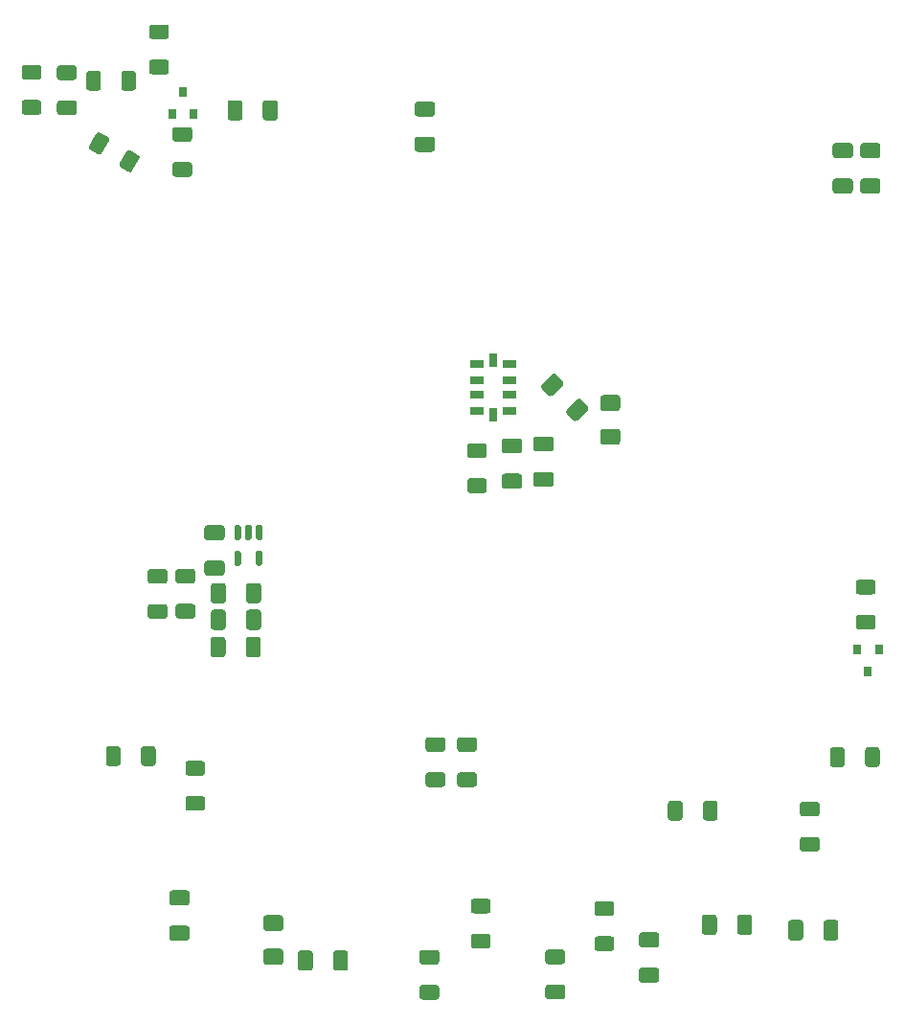
<source format=gbp>
G04 #@! TF.GenerationSoftware,KiCad,Pcbnew,(5.1.12-1-10_14)*
G04 #@! TF.CreationDate,2023-04-25T20:34:31-07:00*
G04 #@! TF.ProjectId,bloo,626c6f6f-2e6b-4696-9361-645f70636258,rev?*
G04 #@! TF.SameCoordinates,Original*
G04 #@! TF.FileFunction,Paste,Bot*
G04 #@! TF.FilePolarity,Positive*
%FSLAX46Y46*%
G04 Gerber Fmt 4.6, Leading zero omitted, Abs format (unit mm)*
G04 Created by KiCad (PCBNEW (5.1.12-1-10_14)) date 2023-04-25 20:34:31*
%MOMM*%
%LPD*%
G01*
G04 APERTURE LIST*
%ADD10R,0.800000X0.900000*%
%ADD11R,1.270000X0.660400*%
%ADD12R,0.660400X1.270000*%
G04 APERTURE END LIST*
G36*
G01*
X128463400Y-59598399D02*
X128463400Y-60848401D01*
G75*
G02*
X128213401Y-61098400I-249999J0D01*
G01*
X127413399Y-61098400D01*
G75*
G02*
X127163400Y-60848401I0J249999D01*
G01*
X127163400Y-59598399D01*
G75*
G02*
X127413399Y-59348400I249999J0D01*
G01*
X128213401Y-59348400D01*
G75*
G02*
X128463400Y-59598399I0J-249999D01*
G01*
G37*
G36*
G01*
X125363400Y-59598399D02*
X125363400Y-60848401D01*
G75*
G02*
X125113401Y-61098400I-249999J0D01*
G01*
X124313399Y-61098400D01*
G75*
G02*
X124063400Y-60848401I0J249999D01*
G01*
X124063400Y-59598399D01*
G75*
G02*
X124313399Y-59348400I249999J0D01*
G01*
X125113401Y-59348400D01*
G75*
G02*
X125363400Y-59598399I0J-249999D01*
G01*
G37*
G36*
G01*
X118602599Y-61936200D02*
X119852601Y-61936200D01*
G75*
G02*
X120102600Y-62186199I0J-249999D01*
G01*
X120102600Y-62986201D01*
G75*
G02*
X119852601Y-63236200I-249999J0D01*
G01*
X118602599Y-63236200D01*
G75*
G02*
X118352600Y-62986201I0J249999D01*
G01*
X118352600Y-62186199D01*
G75*
G02*
X118602599Y-61936200I249999J0D01*
G01*
G37*
G36*
G01*
X118602599Y-58836200D02*
X119852601Y-58836200D01*
G75*
G02*
X120102600Y-59086199I0J-249999D01*
G01*
X120102600Y-59886201D01*
G75*
G02*
X119852601Y-60136200I-249999J0D01*
G01*
X118602599Y-60136200D01*
G75*
G02*
X118352600Y-59886201I0J249999D01*
G01*
X118352600Y-59086199D01*
G75*
G02*
X118602599Y-58836200I249999J0D01*
G01*
G37*
G36*
G01*
X121726799Y-58861000D02*
X122976801Y-58861000D01*
G75*
G02*
X123226800Y-59110999I0J-249999D01*
G01*
X123226800Y-59911001D01*
G75*
G02*
X122976801Y-60161000I-249999J0D01*
G01*
X121726799Y-60161000D01*
G75*
G02*
X121476800Y-59911001I0J249999D01*
G01*
X121476800Y-59110999D01*
G75*
G02*
X121726799Y-58861000I249999J0D01*
G01*
G37*
G36*
G01*
X121726799Y-61961000D02*
X122976801Y-61961000D01*
G75*
G02*
X123226800Y-62210999I0J-249999D01*
G01*
X123226800Y-63011001D01*
G75*
G02*
X122976801Y-63261000I-249999J0D01*
G01*
X121726799Y-63261000D01*
G75*
G02*
X121476800Y-63011001I0J249999D01*
G01*
X121476800Y-62210999D01*
G75*
G02*
X121726799Y-61961000I249999J0D01*
G01*
G37*
G36*
G01*
X136560600Y-63489603D02*
X136560600Y-62189597D01*
G75*
G02*
X136810597Y-61939600I249997J0D01*
G01*
X137635603Y-61939600D01*
G75*
G02*
X137885600Y-62189597I0J-249997D01*
G01*
X137885600Y-63489603D01*
G75*
G02*
X137635603Y-63739600I-249997J0D01*
G01*
X136810597Y-63739600D01*
G75*
G02*
X136560600Y-63489603I0J249997D01*
G01*
G37*
G36*
G01*
X139685600Y-63489603D02*
X139685600Y-62189597D01*
G75*
G02*
X139935597Y-61939600I249997J0D01*
G01*
X140760603Y-61939600D01*
G75*
G02*
X141010600Y-62189597I0J-249997D01*
G01*
X141010600Y-63489603D01*
G75*
G02*
X140760603Y-63739600I-249997J0D01*
G01*
X139935597Y-63739600D01*
G75*
G02*
X139685600Y-63489603I0J249997D01*
G01*
G37*
G36*
G01*
X154650203Y-66512400D02*
X153350197Y-66512400D01*
G75*
G02*
X153100200Y-66262403I0J249997D01*
G01*
X153100200Y-65437397D01*
G75*
G02*
X153350197Y-65187400I249997J0D01*
G01*
X154650203Y-65187400D01*
G75*
G02*
X154900200Y-65437397I0J-249997D01*
G01*
X154900200Y-66262403D01*
G75*
G02*
X154650203Y-66512400I-249997J0D01*
G01*
G37*
G36*
G01*
X154650203Y-63387400D02*
X153350197Y-63387400D01*
G75*
G02*
X153100200Y-63137403I0J249997D01*
G01*
X153100200Y-62312397D01*
G75*
G02*
X153350197Y-62062400I249997J0D01*
G01*
X154650203Y-62062400D01*
G75*
G02*
X154900200Y-62312397I0J-249997D01*
G01*
X154900200Y-63137403D01*
G75*
G02*
X154650203Y-63387400I-249997J0D01*
G01*
G37*
G36*
G01*
X191124000Y-119389999D02*
X191124000Y-120640001D01*
G75*
G02*
X190874001Y-120890000I-249999J0D01*
G01*
X190073999Y-120890000D01*
G75*
G02*
X189824000Y-120640001I0J249999D01*
G01*
X189824000Y-119389999D01*
G75*
G02*
X190073999Y-119140000I249999J0D01*
G01*
X190874001Y-119140000D01*
G75*
G02*
X191124000Y-119389999I0J-249999D01*
G01*
G37*
G36*
G01*
X194224000Y-119389999D02*
X194224000Y-120640001D01*
G75*
G02*
X193974001Y-120890000I-249999J0D01*
G01*
X193173999Y-120890000D01*
G75*
G02*
X192924000Y-120640001I0J249999D01*
G01*
X192924000Y-119389999D01*
G75*
G02*
X193173999Y-119140000I249999J0D01*
G01*
X193974001Y-119140000D01*
G75*
G02*
X194224000Y-119389999I0J-249999D01*
G01*
G37*
G36*
G01*
X166156801Y-138317400D02*
X164906799Y-138317400D01*
G75*
G02*
X164656800Y-138067401I0J249999D01*
G01*
X164656800Y-137267399D01*
G75*
G02*
X164906799Y-137017400I249999J0D01*
G01*
X166156801Y-137017400D01*
G75*
G02*
X166406800Y-137267399I0J-249999D01*
G01*
X166406800Y-138067401D01*
G75*
G02*
X166156801Y-138317400I-249999J0D01*
G01*
G37*
G36*
G01*
X166156801Y-141417400D02*
X164906799Y-141417400D01*
G75*
G02*
X164656800Y-141167401I0J249999D01*
G01*
X164656800Y-140367399D01*
G75*
G02*
X164906799Y-140117400I249999J0D01*
G01*
X166156801Y-140117400D01*
G75*
G02*
X166406800Y-140367399I0J-249999D01*
G01*
X166406800Y-141167401D01*
G75*
G02*
X166156801Y-141417400I-249999J0D01*
G01*
G37*
G36*
G01*
X128916000Y-120538401D02*
X128916000Y-119288399D01*
G75*
G02*
X129165999Y-119038400I249999J0D01*
G01*
X129966001Y-119038400D01*
G75*
G02*
X130216000Y-119288399I0J-249999D01*
G01*
X130216000Y-120538401D01*
G75*
G02*
X129966001Y-120788400I-249999J0D01*
G01*
X129165999Y-120788400D01*
G75*
G02*
X128916000Y-120538401I0J249999D01*
G01*
G37*
G36*
G01*
X125816000Y-120538401D02*
X125816000Y-119288399D01*
G75*
G02*
X126065999Y-119038400I249999J0D01*
G01*
X126866001Y-119038400D01*
G75*
G02*
X127116000Y-119288399I0J-249999D01*
G01*
X127116000Y-120538401D01*
G75*
G02*
X126866001Y-120788400I-249999J0D01*
G01*
X126065999Y-120788400D01*
G75*
G02*
X125816000Y-120538401I0J249999D01*
G01*
G37*
G36*
G01*
X155031601Y-141442800D02*
X153781599Y-141442800D01*
G75*
G02*
X153531600Y-141192801I0J249999D01*
G01*
X153531600Y-140392799D01*
G75*
G02*
X153781599Y-140142800I249999J0D01*
G01*
X155031601Y-140142800D01*
G75*
G02*
X155281600Y-140392799I0J-249999D01*
G01*
X155281600Y-141192801D01*
G75*
G02*
X155031601Y-141442800I-249999J0D01*
G01*
G37*
G36*
G01*
X155031601Y-138342800D02*
X153781599Y-138342800D01*
G75*
G02*
X153531600Y-138092801I0J249999D01*
G01*
X153531600Y-137292799D01*
G75*
G02*
X153781599Y-137042800I249999J0D01*
G01*
X155031601Y-137042800D01*
G75*
G02*
X155281600Y-137292799I0J-249999D01*
G01*
X155281600Y-138092801D01*
G75*
G02*
X155031601Y-138342800I-249999J0D01*
G01*
G37*
G36*
G01*
X131003201Y-104687800D02*
X129753199Y-104687800D01*
G75*
G02*
X129503200Y-104437801I0J249999D01*
G01*
X129503200Y-103637799D01*
G75*
G02*
X129753199Y-103387800I249999J0D01*
G01*
X131003201Y-103387800D01*
G75*
G02*
X131253200Y-103637799I0J-249999D01*
G01*
X131253200Y-104437801D01*
G75*
G02*
X131003201Y-104687800I-249999J0D01*
G01*
G37*
G36*
G01*
X131003201Y-107787800D02*
X129753199Y-107787800D01*
G75*
G02*
X129503200Y-107537801I0J249999D01*
G01*
X129503200Y-106737799D01*
G75*
G02*
X129753199Y-106487800I249999J0D01*
G01*
X131003201Y-106487800D01*
G75*
G02*
X131253200Y-106737799I0J-249999D01*
G01*
X131253200Y-107537801D01*
G75*
G02*
X131003201Y-107787800I-249999J0D01*
G01*
G37*
G36*
G01*
X133467001Y-107762400D02*
X132216999Y-107762400D01*
G75*
G02*
X131967000Y-107512401I0J249999D01*
G01*
X131967000Y-106712399D01*
G75*
G02*
X132216999Y-106462400I249999J0D01*
G01*
X133467001Y-106462400D01*
G75*
G02*
X133717000Y-106712399I0J-249999D01*
G01*
X133717000Y-107512401D01*
G75*
G02*
X133467001Y-107762400I-249999J0D01*
G01*
G37*
G36*
G01*
X133467001Y-104662400D02*
X132216999Y-104662400D01*
G75*
G02*
X131967000Y-104412401I0J249999D01*
G01*
X131967000Y-103612399D01*
G75*
G02*
X132216999Y-103362400I249999J0D01*
G01*
X133467001Y-103362400D01*
G75*
G02*
X133717000Y-103612399I0J-249999D01*
G01*
X133717000Y-104412401D01*
G75*
G02*
X133467001Y-104662400I-249999J0D01*
G01*
G37*
G36*
G01*
X131130201Y-56554800D02*
X129880199Y-56554800D01*
G75*
G02*
X129630200Y-56304801I0J249999D01*
G01*
X129630200Y-55504799D01*
G75*
G02*
X129880199Y-55254800I249999J0D01*
G01*
X131130201Y-55254800D01*
G75*
G02*
X131380200Y-55504799I0J-249999D01*
G01*
X131380200Y-56304801D01*
G75*
G02*
X131130201Y-56554800I-249999J0D01*
G01*
G37*
G36*
G01*
X131130201Y-59654800D02*
X129880199Y-59654800D01*
G75*
G02*
X129630200Y-59404801I0J249999D01*
G01*
X129630200Y-58604799D01*
G75*
G02*
X129880199Y-58354800I249999J0D01*
G01*
X131130201Y-58354800D01*
G75*
G02*
X131380200Y-58604799I0J-249999D01*
G01*
X131380200Y-59404801D01*
G75*
G02*
X131130201Y-59654800I-249999J0D01*
G01*
G37*
G36*
G01*
X188661201Y-128361800D02*
X187411199Y-128361800D01*
G75*
G02*
X187161200Y-128111801I0J249999D01*
G01*
X187161200Y-127311799D01*
G75*
G02*
X187411199Y-127061800I249999J0D01*
G01*
X188661201Y-127061800D01*
G75*
G02*
X188911200Y-127311799I0J-249999D01*
G01*
X188911200Y-128111801D01*
G75*
G02*
X188661201Y-128361800I-249999J0D01*
G01*
G37*
G36*
G01*
X188661201Y-125261800D02*
X187411199Y-125261800D01*
G75*
G02*
X187161200Y-125011801I0J249999D01*
G01*
X187161200Y-124211799D01*
G75*
G02*
X187411199Y-123961800I249999J0D01*
G01*
X188661201Y-123961800D01*
G75*
G02*
X188911200Y-124211799I0J-249999D01*
G01*
X188911200Y-125011801D01*
G75*
G02*
X188661201Y-125261800I-249999J0D01*
G01*
G37*
G36*
G01*
X169250199Y-132750200D02*
X170500201Y-132750200D01*
G75*
G02*
X170750200Y-133000199I0J-249999D01*
G01*
X170750200Y-133800201D01*
G75*
G02*
X170500201Y-134050200I-249999J0D01*
G01*
X169250199Y-134050200D01*
G75*
G02*
X169000200Y-133800201I0J249999D01*
G01*
X169000200Y-133000199D01*
G75*
G02*
X169250199Y-132750200I249999J0D01*
G01*
G37*
G36*
G01*
X169250199Y-135850200D02*
X170500201Y-135850200D01*
G75*
G02*
X170750200Y-136100199I0J-249999D01*
G01*
X170750200Y-136900201D01*
G75*
G02*
X170500201Y-137150200I-249999J0D01*
G01*
X169250199Y-137150200D01*
G75*
G02*
X169000200Y-136900201I0J249999D01*
G01*
X169000200Y-136100199D01*
G75*
G02*
X169250199Y-135850200I249999J0D01*
G01*
G37*
G36*
G01*
X133080599Y-120355000D02*
X134330601Y-120355000D01*
G75*
G02*
X134580600Y-120604999I0J-249999D01*
G01*
X134580600Y-121405001D01*
G75*
G02*
X134330601Y-121655000I-249999J0D01*
G01*
X133080599Y-121655000D01*
G75*
G02*
X132830600Y-121405001I0J249999D01*
G01*
X132830600Y-120604999D01*
G75*
G02*
X133080599Y-120355000I249999J0D01*
G01*
G37*
G36*
G01*
X133080599Y-123455000D02*
X134330601Y-123455000D01*
G75*
G02*
X134580600Y-123704999I0J-249999D01*
G01*
X134580600Y-124505001D01*
G75*
G02*
X134330601Y-124755000I-249999J0D01*
G01*
X133080599Y-124755000D01*
G75*
G02*
X132830600Y-124505001I0J249999D01*
G01*
X132830600Y-123704999D01*
G75*
G02*
X133080599Y-123455000I249999J0D01*
G01*
G37*
G36*
G01*
X158328199Y-132521600D02*
X159578201Y-132521600D01*
G75*
G02*
X159828200Y-132771599I0J-249999D01*
G01*
X159828200Y-133571601D01*
G75*
G02*
X159578201Y-133821600I-249999J0D01*
G01*
X158328199Y-133821600D01*
G75*
G02*
X158078200Y-133571601I0J249999D01*
G01*
X158078200Y-132771599D01*
G75*
G02*
X158328199Y-132521600I249999J0D01*
G01*
G37*
G36*
G01*
X158328199Y-135621600D02*
X159578201Y-135621600D01*
G75*
G02*
X159828200Y-135871599I0J-249999D01*
G01*
X159828200Y-136671601D01*
G75*
G02*
X159578201Y-136921600I-249999J0D01*
G01*
X158328199Y-136921600D01*
G75*
G02*
X158078200Y-136671601I0J249999D01*
G01*
X158078200Y-135871599D01*
G75*
G02*
X158328199Y-135621600I249999J0D01*
G01*
G37*
G36*
G01*
X133187601Y-65622600D02*
X131937599Y-65622600D01*
G75*
G02*
X131687600Y-65372601I0J249999D01*
G01*
X131687600Y-64572599D01*
G75*
G02*
X131937599Y-64322600I249999J0D01*
G01*
X133187601Y-64322600D01*
G75*
G02*
X133437600Y-64572599I0J-249999D01*
G01*
X133437600Y-65372601D01*
G75*
G02*
X133187601Y-65622600I-249999J0D01*
G01*
G37*
G36*
G01*
X133187601Y-68722600D02*
X131937599Y-68722600D01*
G75*
G02*
X131687600Y-68472601I0J249999D01*
G01*
X131687600Y-67672599D01*
G75*
G02*
X131937599Y-67422600I249999J0D01*
G01*
X133187601Y-67422600D01*
G75*
G02*
X133437600Y-67672599I0J-249999D01*
G01*
X133437600Y-68472601D01*
G75*
G02*
X133187601Y-68722600I-249999J0D01*
G01*
G37*
G36*
G01*
X128760556Y-67106733D02*
X128135555Y-68189266D01*
G75*
G02*
X127794050Y-68280772I-216505J124999D01*
G01*
X127101227Y-67880771D01*
G75*
G02*
X127009722Y-67539267I125000J216505D01*
G01*
X127634723Y-66456734D01*
G75*
G02*
X127976228Y-66365228I216505J-124999D01*
G01*
X128669051Y-66765229D01*
G75*
G02*
X128760556Y-67106733I-125000J-216505D01*
G01*
G37*
G36*
G01*
X126075878Y-65556733D02*
X125450877Y-66639266D01*
G75*
G02*
X125109372Y-66730772I-216505J124999D01*
G01*
X124416549Y-66330771D01*
G75*
G02*
X124325044Y-65989267I125000J216505D01*
G01*
X124950045Y-64906734D01*
G75*
G02*
X125291550Y-64815228I216505J-124999D01*
G01*
X125984373Y-65215229D01*
G75*
G02*
X126075878Y-65556733I-125000J-216505D01*
G01*
G37*
G36*
G01*
X157108999Y-121346800D02*
X158359001Y-121346800D01*
G75*
G02*
X158609000Y-121596799I0J-249999D01*
G01*
X158609000Y-122396801D01*
G75*
G02*
X158359001Y-122646800I-249999J0D01*
G01*
X157108999Y-122646800D01*
G75*
G02*
X156859000Y-122396801I0J249999D01*
G01*
X156859000Y-121596799D01*
G75*
G02*
X157108999Y-121346800I249999J0D01*
G01*
G37*
G36*
G01*
X157108999Y-118246800D02*
X158359001Y-118246800D01*
G75*
G02*
X158609000Y-118496799I0J-249999D01*
G01*
X158609000Y-119296801D01*
G75*
G02*
X158359001Y-119546800I-249999J0D01*
G01*
X157108999Y-119546800D01*
G75*
G02*
X156859000Y-119296801I0J249999D01*
G01*
X156859000Y-118496799D01*
G75*
G02*
X157108999Y-118246800I249999J0D01*
G01*
G37*
G36*
G01*
X155565001Y-122646800D02*
X154314999Y-122646800D01*
G75*
G02*
X154065000Y-122396801I0J249999D01*
G01*
X154065000Y-121596799D01*
G75*
G02*
X154314999Y-121346800I249999J0D01*
G01*
X155565001Y-121346800D01*
G75*
G02*
X155815000Y-121596799I0J-249999D01*
G01*
X155815000Y-122396801D01*
G75*
G02*
X155565001Y-122646800I-249999J0D01*
G01*
G37*
G36*
G01*
X155565001Y-119546800D02*
X154314999Y-119546800D01*
G75*
G02*
X154065000Y-119296801I0J249999D01*
G01*
X154065000Y-118496799D01*
G75*
G02*
X154314999Y-118246800I249999J0D01*
G01*
X155565001Y-118246800D01*
G75*
G02*
X155815000Y-118496799I0J-249999D01*
G01*
X155815000Y-119296801D01*
G75*
G02*
X155565001Y-119546800I-249999J0D01*
G01*
G37*
G36*
G01*
X190307197Y-65745400D02*
X191607203Y-65745400D01*
G75*
G02*
X191857200Y-65995397I0J-249997D01*
G01*
X191857200Y-66820403D01*
G75*
G02*
X191607203Y-67070400I-249997J0D01*
G01*
X190307197Y-67070400D01*
G75*
G02*
X190057200Y-66820403I0J249997D01*
G01*
X190057200Y-65995397D01*
G75*
G02*
X190307197Y-65745400I249997J0D01*
G01*
G37*
G36*
G01*
X190307197Y-68870400D02*
X191607203Y-68870400D01*
G75*
G02*
X191857200Y-69120397I0J-249997D01*
G01*
X191857200Y-69945403D01*
G75*
G02*
X191607203Y-70195400I-249997J0D01*
G01*
X190307197Y-70195400D01*
G75*
G02*
X190057200Y-69945403I0J249997D01*
G01*
X190057200Y-69120397D01*
G75*
G02*
X190307197Y-68870400I249997J0D01*
G01*
G37*
G36*
G01*
X135087400Y-108523803D02*
X135087400Y-107223797D01*
G75*
G02*
X135337397Y-106973800I249997J0D01*
G01*
X136162403Y-106973800D01*
G75*
G02*
X136412400Y-107223797I0J-249997D01*
G01*
X136412400Y-108523803D01*
G75*
G02*
X136162403Y-108773800I-249997J0D01*
G01*
X135337397Y-108773800D01*
G75*
G02*
X135087400Y-108523803I0J249997D01*
G01*
G37*
G36*
G01*
X138212400Y-108523803D02*
X138212400Y-107223797D01*
G75*
G02*
X138462397Y-106973800I249997J0D01*
G01*
X139287403Y-106973800D01*
G75*
G02*
X139537400Y-107223797I0J-249997D01*
G01*
X139537400Y-108523803D01*
G75*
G02*
X139287403Y-108773800I-249997J0D01*
G01*
X138462397Y-108773800D01*
G75*
G02*
X138212400Y-108523803I0J249997D01*
G01*
G37*
G36*
G01*
X138212400Y-106161603D02*
X138212400Y-104861597D01*
G75*
G02*
X138462397Y-104611600I249997J0D01*
G01*
X139287403Y-104611600D01*
G75*
G02*
X139537400Y-104861597I0J-249997D01*
G01*
X139537400Y-106161603D01*
G75*
G02*
X139287403Y-106411600I-249997J0D01*
G01*
X138462397Y-106411600D01*
G75*
G02*
X138212400Y-106161603I0J249997D01*
G01*
G37*
G36*
G01*
X135087400Y-106161603D02*
X135087400Y-104861597D01*
G75*
G02*
X135337397Y-104611600I249997J0D01*
G01*
X136162403Y-104611600D01*
G75*
G02*
X136412400Y-104861597I0J-249997D01*
G01*
X136412400Y-106161603D01*
G75*
G02*
X136162403Y-106411600I-249997J0D01*
G01*
X135337397Y-106411600D01*
G75*
G02*
X135087400Y-106161603I0J249997D01*
G01*
G37*
G36*
G01*
X137304600Y-99495200D02*
X137604600Y-99495200D01*
G75*
G02*
X137754600Y-99645200I0J-150000D01*
G01*
X137754600Y-100670200D01*
G75*
G02*
X137604600Y-100820200I-150000J0D01*
G01*
X137304600Y-100820200D01*
G75*
G02*
X137154600Y-100670200I0J150000D01*
G01*
X137154600Y-99645200D01*
G75*
G02*
X137304600Y-99495200I150000J0D01*
G01*
G37*
G36*
G01*
X138254600Y-99495200D02*
X138554600Y-99495200D01*
G75*
G02*
X138704600Y-99645200I0J-150000D01*
G01*
X138704600Y-100670200D01*
G75*
G02*
X138554600Y-100820200I-150000J0D01*
G01*
X138254600Y-100820200D01*
G75*
G02*
X138104600Y-100670200I0J150000D01*
G01*
X138104600Y-99645200D01*
G75*
G02*
X138254600Y-99495200I150000J0D01*
G01*
G37*
G36*
G01*
X139204600Y-99495200D02*
X139504600Y-99495200D01*
G75*
G02*
X139654600Y-99645200I0J-150000D01*
G01*
X139654600Y-100670200D01*
G75*
G02*
X139504600Y-100820200I-150000J0D01*
G01*
X139204600Y-100820200D01*
G75*
G02*
X139054600Y-100670200I0J150000D01*
G01*
X139054600Y-99645200D01*
G75*
G02*
X139204600Y-99495200I150000J0D01*
G01*
G37*
G36*
G01*
X139204600Y-101770200D02*
X139504600Y-101770200D01*
G75*
G02*
X139654600Y-101920200I0J-150000D01*
G01*
X139654600Y-102945200D01*
G75*
G02*
X139504600Y-103095200I-150000J0D01*
G01*
X139204600Y-103095200D01*
G75*
G02*
X139054600Y-102945200I0J150000D01*
G01*
X139054600Y-101920200D01*
G75*
G02*
X139204600Y-101770200I150000J0D01*
G01*
G37*
G36*
G01*
X137304600Y-101770200D02*
X137604600Y-101770200D01*
G75*
G02*
X137754600Y-101920200I0J-150000D01*
G01*
X137754600Y-102945200D01*
G75*
G02*
X137604600Y-103095200I-150000J0D01*
G01*
X137304600Y-103095200D01*
G75*
G02*
X137154600Y-102945200I0J150000D01*
G01*
X137154600Y-101920200D01*
G75*
G02*
X137304600Y-101770200I150000J0D01*
G01*
G37*
G36*
G01*
X134757397Y-99515100D02*
X136057403Y-99515100D01*
G75*
G02*
X136307400Y-99765097I0J-249997D01*
G01*
X136307400Y-100590103D01*
G75*
G02*
X136057403Y-100840100I-249997J0D01*
G01*
X134757397Y-100840100D01*
G75*
G02*
X134507400Y-100590103I0J249997D01*
G01*
X134507400Y-99765097D01*
G75*
G02*
X134757397Y-99515100I249997J0D01*
G01*
G37*
G36*
G01*
X134757397Y-102640100D02*
X136057403Y-102640100D01*
G75*
G02*
X136307400Y-102890097I0J-249997D01*
G01*
X136307400Y-103715103D01*
G75*
G02*
X136057403Y-103965100I-249997J0D01*
G01*
X134757397Y-103965100D01*
G75*
G02*
X134507400Y-103715103I0J249997D01*
G01*
X134507400Y-102890097D01*
G75*
G02*
X134757397Y-102640100I249997J0D01*
G01*
G37*
G36*
G01*
X138187000Y-110936803D02*
X138187000Y-109636797D01*
G75*
G02*
X138436997Y-109386800I249997J0D01*
G01*
X139262003Y-109386800D01*
G75*
G02*
X139512000Y-109636797I0J-249997D01*
G01*
X139512000Y-110936803D01*
G75*
G02*
X139262003Y-111186800I-249997J0D01*
G01*
X138436997Y-111186800D01*
G75*
G02*
X138187000Y-110936803I0J249997D01*
G01*
G37*
G36*
G01*
X135062000Y-110936803D02*
X135062000Y-109636797D01*
G75*
G02*
X135311997Y-109386800I249997J0D01*
G01*
X136137003Y-109386800D01*
G75*
G02*
X136387000Y-109636797I0J-249997D01*
G01*
X136387000Y-110936803D01*
G75*
G02*
X136137003Y-111186800I-249997J0D01*
G01*
X135311997Y-111186800D01*
G75*
G02*
X135062000Y-110936803I0J249997D01*
G01*
G37*
G36*
G01*
X178496000Y-135473203D02*
X178496000Y-134173197D01*
G75*
G02*
X178745997Y-133923200I249997J0D01*
G01*
X179571003Y-133923200D01*
G75*
G02*
X179821000Y-134173197I0J-249997D01*
G01*
X179821000Y-135473203D01*
G75*
G02*
X179571003Y-135723200I-249997J0D01*
G01*
X178745997Y-135723200D01*
G75*
G02*
X178496000Y-135473203I0J249997D01*
G01*
G37*
G36*
G01*
X181621000Y-135473203D02*
X181621000Y-134173197D01*
G75*
G02*
X181870997Y-133923200I249997J0D01*
G01*
X182696003Y-133923200D01*
G75*
G02*
X182946000Y-134173197I0J-249997D01*
G01*
X182946000Y-135473203D01*
G75*
G02*
X182696003Y-135723200I-249997J0D01*
G01*
X181870997Y-135723200D01*
G75*
G02*
X181621000Y-135473203I0J249997D01*
G01*
G37*
G36*
G01*
X179898400Y-124114399D02*
X179898400Y-125364401D01*
G75*
G02*
X179648401Y-125614400I-249999J0D01*
G01*
X178848399Y-125614400D01*
G75*
G02*
X178598400Y-125364401I0J249999D01*
G01*
X178598400Y-124114399D01*
G75*
G02*
X178848399Y-123864400I249999J0D01*
G01*
X179648401Y-123864400D01*
G75*
G02*
X179898400Y-124114399I0J-249999D01*
G01*
G37*
G36*
G01*
X176798400Y-124114399D02*
X176798400Y-125364401D01*
G75*
G02*
X176548401Y-125614400I-249999J0D01*
G01*
X175748399Y-125614400D01*
G75*
G02*
X175498400Y-125364401I0J249999D01*
G01*
X175498400Y-124114399D01*
G75*
G02*
X175748399Y-123864400I249999J0D01*
G01*
X176548401Y-123864400D01*
G75*
G02*
X176798400Y-124114399I0J-249999D01*
G01*
G37*
G36*
G01*
X194045603Y-70195400D02*
X192745597Y-70195400D01*
G75*
G02*
X192495600Y-69945403I0J249997D01*
G01*
X192495600Y-69120397D01*
G75*
G02*
X192745597Y-68870400I249997J0D01*
G01*
X194045603Y-68870400D01*
G75*
G02*
X194295600Y-69120397I0J-249997D01*
G01*
X194295600Y-69945403D01*
G75*
G02*
X194045603Y-70195400I-249997J0D01*
G01*
G37*
G36*
G01*
X194045603Y-67070400D02*
X192745597Y-67070400D01*
G75*
G02*
X192495600Y-66820403I0J249997D01*
G01*
X192495600Y-65995397D01*
G75*
G02*
X192745597Y-65745400I249997J0D01*
G01*
X194045603Y-65745400D01*
G75*
G02*
X194295600Y-65995397I0J-249997D01*
G01*
X194295600Y-66820403D01*
G75*
G02*
X194045603Y-67070400I-249997J0D01*
G01*
G37*
G36*
G01*
X139989400Y-133969400D02*
X141239400Y-133969400D01*
G75*
G02*
X141489400Y-134219400I0J-250000D01*
G01*
X141489400Y-135144400D01*
G75*
G02*
X141239400Y-135394400I-250000J0D01*
G01*
X139989400Y-135394400D01*
G75*
G02*
X139739400Y-135144400I0J250000D01*
G01*
X139739400Y-134219400D01*
G75*
G02*
X139989400Y-133969400I250000J0D01*
G01*
G37*
G36*
G01*
X139989400Y-136944400D02*
X141239400Y-136944400D01*
G75*
G02*
X141489400Y-137194400I0J-250000D01*
G01*
X141489400Y-138119400D01*
G75*
G02*
X141239400Y-138369400I-250000J0D01*
G01*
X139989400Y-138369400D01*
G75*
G02*
X139739400Y-138119400I0J250000D01*
G01*
X139739400Y-137194400D01*
G75*
G02*
X139989400Y-136944400I250000J0D01*
G01*
G37*
G36*
G01*
X142770500Y-138648203D02*
X142770500Y-137348197D01*
G75*
G02*
X143020497Y-137098200I249997J0D01*
G01*
X143845503Y-137098200D01*
G75*
G02*
X144095500Y-137348197I0J-249997D01*
G01*
X144095500Y-138648203D01*
G75*
G02*
X143845503Y-138898200I-249997J0D01*
G01*
X143020497Y-138898200D01*
G75*
G02*
X142770500Y-138648203I0J249997D01*
G01*
G37*
G36*
G01*
X145895500Y-138648203D02*
X145895500Y-137348197D01*
G75*
G02*
X146145497Y-137098200I249997J0D01*
G01*
X146970503Y-137098200D01*
G75*
G02*
X147220500Y-137348197I0J-249997D01*
G01*
X147220500Y-138648203D01*
G75*
G02*
X146970503Y-138898200I-249997J0D01*
G01*
X146145497Y-138898200D01*
G75*
G02*
X145895500Y-138648203I0J249997D01*
G01*
G37*
G36*
G01*
X187441000Y-134655797D02*
X187441000Y-135955803D01*
G75*
G02*
X187191003Y-136205800I-249997J0D01*
G01*
X186365997Y-136205800D01*
G75*
G02*
X186116000Y-135955803I0J249997D01*
G01*
X186116000Y-134655797D01*
G75*
G02*
X186365997Y-134405800I249997J0D01*
G01*
X187191003Y-134405800D01*
G75*
G02*
X187441000Y-134655797I0J-249997D01*
G01*
G37*
G36*
G01*
X190566000Y-134655797D02*
X190566000Y-135955803D01*
G75*
G02*
X190316003Y-136205800I-249997J0D01*
G01*
X189490997Y-136205800D01*
G75*
G02*
X189241000Y-135955803I0J249997D01*
G01*
X189241000Y-134655797D01*
G75*
G02*
X189490997Y-134405800I249997J0D01*
G01*
X190316003Y-134405800D01*
G75*
G02*
X190566000Y-134655797I0J-249997D01*
G01*
G37*
G36*
G01*
X132958603Y-136235400D02*
X131658597Y-136235400D01*
G75*
G02*
X131408600Y-135985403I0J249997D01*
G01*
X131408600Y-135160397D01*
G75*
G02*
X131658597Y-134910400I249997J0D01*
G01*
X132958603Y-134910400D01*
G75*
G02*
X133208600Y-135160397I0J-249997D01*
G01*
X133208600Y-135985403D01*
G75*
G02*
X132958603Y-136235400I-249997J0D01*
G01*
G37*
G36*
G01*
X132958603Y-133110400D02*
X131658597Y-133110400D01*
G75*
G02*
X131408600Y-132860403I0J249997D01*
G01*
X131408600Y-132035397D01*
G75*
G02*
X131658597Y-131785400I249997J0D01*
G01*
X132958603Y-131785400D01*
G75*
G02*
X133208600Y-132035397I0J-249997D01*
G01*
X133208600Y-132860403D01*
G75*
G02*
X132958603Y-133110400I-249997J0D01*
G01*
G37*
G36*
G01*
X174487603Y-136818800D02*
X173187597Y-136818800D01*
G75*
G02*
X172937600Y-136568803I0J249997D01*
G01*
X172937600Y-135743797D01*
G75*
G02*
X173187597Y-135493800I249997J0D01*
G01*
X174487603Y-135493800D01*
G75*
G02*
X174737600Y-135743797I0J-249997D01*
G01*
X174737600Y-136568803D01*
G75*
G02*
X174487603Y-136818800I-249997J0D01*
G01*
G37*
G36*
G01*
X174487603Y-139943800D02*
X173187597Y-139943800D01*
G75*
G02*
X172937600Y-139693803I0J249997D01*
G01*
X172937600Y-138868797D01*
G75*
G02*
X173187597Y-138618800I249997J0D01*
G01*
X174487603Y-138618800D01*
G75*
G02*
X174737600Y-138868797I0J-249997D01*
G01*
X174737600Y-139693803D01*
G75*
G02*
X174487603Y-139943800I-249997J0D01*
G01*
G37*
D10*
X133588800Y-63204600D03*
X131688800Y-63204600D03*
X132638800Y-61204600D03*
G36*
G01*
X163853099Y-94791100D02*
X165153101Y-94791100D01*
G75*
G02*
X165403100Y-95041099I0J-249999D01*
G01*
X165403100Y-95866101D01*
G75*
G02*
X165153101Y-96116100I-249999J0D01*
G01*
X163853099Y-96116100D01*
G75*
G02*
X163603100Y-95866101I0J249999D01*
G01*
X163603100Y-95041099D01*
G75*
G02*
X163853099Y-94791100I249999J0D01*
G01*
G37*
G36*
G01*
X163853099Y-91666100D02*
X165153101Y-91666100D01*
G75*
G02*
X165403100Y-91916099I0J-249999D01*
G01*
X165403100Y-92741101D01*
G75*
G02*
X165153101Y-92991100I-249999J0D01*
G01*
X163853099Y-92991100D01*
G75*
G02*
X163603100Y-92741101I0J249999D01*
G01*
X163603100Y-91916099D01*
G75*
G02*
X163853099Y-91666100I249999J0D01*
G01*
G37*
G36*
G01*
X162346401Y-96281200D02*
X161046399Y-96281200D01*
G75*
G02*
X160796400Y-96031201I0J249999D01*
G01*
X160796400Y-95206199D01*
G75*
G02*
X161046399Y-94956200I249999J0D01*
G01*
X162346401Y-94956200D01*
G75*
G02*
X162596400Y-95206199I0J-249999D01*
G01*
X162596400Y-96031201D01*
G75*
G02*
X162346401Y-96281200I-249999J0D01*
G01*
G37*
G36*
G01*
X162346401Y-93156200D02*
X161046399Y-93156200D01*
G75*
G02*
X160796400Y-92906201I0J249999D01*
G01*
X160796400Y-92081199D01*
G75*
G02*
X161046399Y-91831200I249999J0D01*
G01*
X162346401Y-91831200D01*
G75*
G02*
X162596400Y-92081199I0J-249999D01*
G01*
X162596400Y-92906201D01*
G75*
G02*
X162346401Y-93156200I-249999J0D01*
G01*
G37*
G36*
G01*
X168416032Y-89327892D02*
X167496792Y-90247132D01*
G75*
G02*
X167143240Y-90247132I-176776J176776D01*
G01*
X166559876Y-89663768D01*
G75*
G02*
X166559876Y-89310216I176776J176776D01*
G01*
X167479116Y-88390976D01*
G75*
G02*
X167832668Y-88390976I176776J-176776D01*
G01*
X168416032Y-88974340D01*
G75*
G02*
X168416032Y-89327892I-176776J-176776D01*
G01*
G37*
G36*
G01*
X166206324Y-87118184D02*
X165287084Y-88037424D01*
G75*
G02*
X164933532Y-88037424I-176776J176776D01*
G01*
X164350168Y-87454060D01*
G75*
G02*
X164350168Y-87100508I176776J176776D01*
G01*
X165269408Y-86181268D01*
G75*
G02*
X165622960Y-86181268I176776J-176776D01*
G01*
X166206324Y-86764632D01*
G75*
G02*
X166206324Y-87118184I-176776J-176776D01*
G01*
G37*
D11*
X161455000Y-85300600D03*
X161455000Y-86715600D03*
X161455000Y-87985600D03*
X161455000Y-89400600D03*
D12*
X160020000Y-89735600D03*
D11*
X158585000Y-89400600D03*
X158585000Y-87985600D03*
X158585000Y-86715600D03*
X158585000Y-85300600D03*
D12*
X160020000Y-84965600D03*
G36*
G01*
X159248000Y-96662600D02*
X157998000Y-96662600D01*
G75*
G02*
X157748000Y-96412600I0J250000D01*
G01*
X157748000Y-95612600D01*
G75*
G02*
X157998000Y-95362600I250000J0D01*
G01*
X159248000Y-95362600D01*
G75*
G02*
X159498000Y-95612600I0J-250000D01*
G01*
X159498000Y-96412600D01*
G75*
G02*
X159248000Y-96662600I-250000J0D01*
G01*
G37*
G36*
G01*
X159248000Y-93562600D02*
X157998000Y-93562600D01*
G75*
G02*
X157748000Y-93312600I0J250000D01*
G01*
X157748000Y-92512600D01*
G75*
G02*
X157998000Y-92262600I250000J0D01*
G01*
X159248000Y-92262600D01*
G75*
G02*
X159498000Y-92512600I0J-250000D01*
G01*
X159498000Y-93312600D01*
G75*
G02*
X159248000Y-93562600I-250000J0D01*
G01*
G37*
G36*
G01*
X169770900Y-88008100D02*
X171020900Y-88008100D01*
G75*
G02*
X171270900Y-88258100I0J-250000D01*
G01*
X171270900Y-89183100D01*
G75*
G02*
X171020900Y-89433100I-250000J0D01*
G01*
X169770900Y-89433100D01*
G75*
G02*
X169520900Y-89183100I0J250000D01*
G01*
X169520900Y-88258100D01*
G75*
G02*
X169770900Y-88008100I250000J0D01*
G01*
G37*
G36*
G01*
X169770900Y-90983100D02*
X171020900Y-90983100D01*
G75*
G02*
X171270900Y-91233100I0J-250000D01*
G01*
X171270900Y-92158100D01*
G75*
G02*
X171020900Y-92408100I-250000J0D01*
G01*
X169770900Y-92408100D01*
G75*
G02*
X169520900Y-92158100I0J250000D01*
G01*
X169520900Y-91233100D01*
G75*
G02*
X169770900Y-90983100I250000J0D01*
G01*
G37*
D10*
X192242400Y-110480600D03*
X194142400Y-110480600D03*
X193192400Y-112480600D03*
G36*
G01*
X192364200Y-104327600D02*
X193614200Y-104327600D01*
G75*
G02*
X193864200Y-104577600I0J-250000D01*
G01*
X193864200Y-105377600D01*
G75*
G02*
X193614200Y-105627600I-250000J0D01*
G01*
X192364200Y-105627600D01*
G75*
G02*
X192114200Y-105377600I0J250000D01*
G01*
X192114200Y-104577600D01*
G75*
G02*
X192364200Y-104327600I250000J0D01*
G01*
G37*
G36*
G01*
X192364200Y-107427600D02*
X193614200Y-107427600D01*
G75*
G02*
X193864200Y-107677600I0J-250000D01*
G01*
X193864200Y-108477600D01*
G75*
G02*
X193614200Y-108727600I-250000J0D01*
G01*
X192364200Y-108727600D01*
G75*
G02*
X192114200Y-108477600I0J250000D01*
G01*
X192114200Y-107677600D01*
G75*
G02*
X192364200Y-107427600I250000J0D01*
G01*
G37*
M02*

</source>
